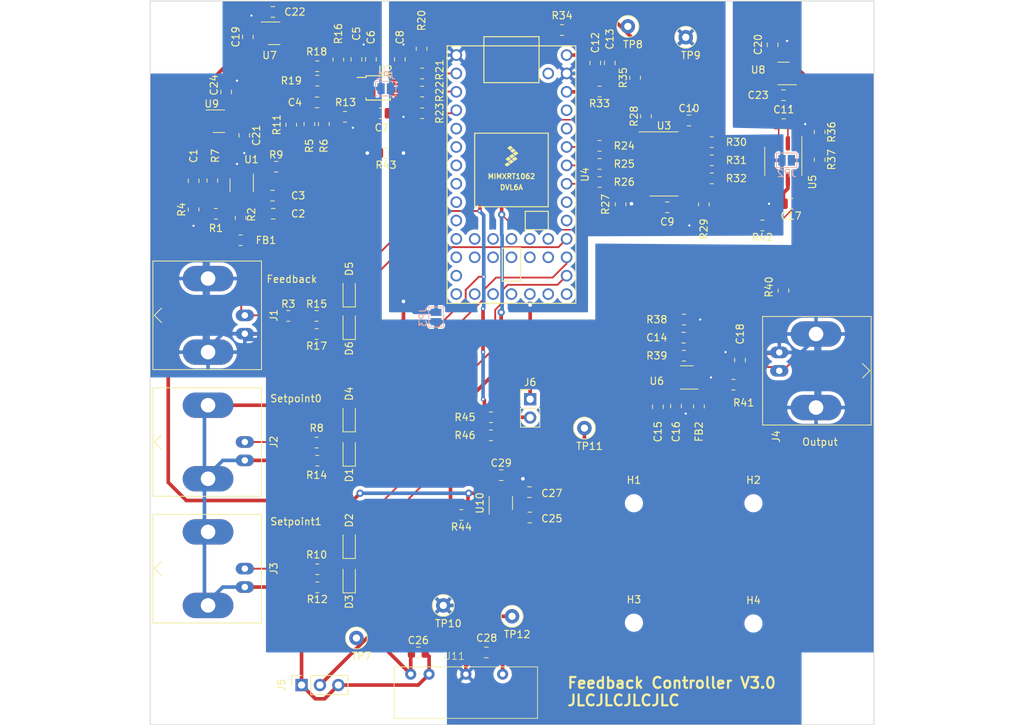
<source format=kicad_pcb>
(kicad_pcb (version 20221018) (generator pcbnew)
  (layers (0 "F.Cu" signal) (31 "B.Cu" signal) (34 "B.Paste" user) (35 "F.Paste" user) (36 "B.SilkS" user "B.Silkscreen") (37 "F.SilkS" user "F.Silkscreen") (38 "B.Mask" user) (39 "F.Mask" user) (44 "Edge.Cuts" user))
  (net 0 "")
  (net 1 "GNDA")
  (net 2 "+5V")
  (net 3 "+1V8")
  (net 4 "GNDD")
  (net 5 "+3V3")
  (net 6 "Net-(J4-In)")
  (net 7 "Net-(D1-A)")
  (net 8 "Net-(J1-In)")
  (net 9 "Net-(J2-In)")
  (net 10 "Net-(J3-In)")
  (net 11 "Net-(J6-Pin_2)")
  (net 12 "+9V")
  (net 13 "+5VA")
  (net 14 "Net-(U6-V+)")
  (net 15 "Net-(U6--)")
  (net 16 "+2V5")
  (net 17 "Net-(U8-Bypass)")
  (net 18 "+3.3V")
  (net 19 "Net-(U6-+)")
  (net 20 "Net-(U1--)")
  (net 21 "Net-(C1-Pad2)")
  (net 22 "Net-(U1-V+)")
  (net 23 "Net-(U2-IN+)")
  (net 24 "Net-(U2-IN-)")
  (net 25 "Net-(U2-VREF)")
  (net 26 "Net-(U2-AVDD)")
  (net 27 "Net-(U2-DVIO)")
  (net 28 "Net-(U3-OE)")
  (net 29 "Net-(U4-VIN)")
  (net 30 "Net-(C14-Pad2)")
  (net 31 "Net-(U5-VDD)")
  (net 32 "Net-(U9-Bypass)")
  (net 33 "Net-(U10-Bypass)")
  (net 34 "Net-(D2-K)")
  (net 35 "Net-(D5-K)")
  (net 36 "Net-(U1-+)")
  (net 37 "Net-(R11-Pad2)")
  (net 38 "Net-(R5-Pad1)")
  (net 39 "Net-(U4-0_RX1_CRX2_CS1)")
  (net 40 "Net-(U2-SCK)")
  (net 41 "Net-(U4-1_TX1_CTX2_MISO1)")
  (net 42 "Net-(U2-SDO)")
  (net 43 "Net-(U4-2_OUT2)")
  (net 44 "Net-(U2-CONV)")
  (net 45 "Net-(U3-A1)")
  (net 46 "Net-(U4-21_A7_RX5_BCLK1)")
  (net 47 "Net-(U3-A2)")
  (net 48 "Net-(U4-20_A6_TX5_LRCLK1)")
  (net 49 "Net-(U3-A3)")
  (net 50 "Net-(U4-19_A5_SCL0)")
  (net 51 "Net-(U3-A4)")
  (net 52 "Net-(U3-B4)")
  (net 53 "Net-(U5-~{CS})")
  (net 54 "Net-(U3-B1)")
  (net 55 "Net-(U5-DIN)")
  (net 56 "Net-(U3-B2)")
  (net 57 "Net-(U5-SCLK)")
  (net 58 "Net-(U3-B3)")
  (net 59 "Net-(R33-Pad2)")
  (net 60 "Net-(U5-OUT)")
  (footprint "Resistor_SMD:R_0805_2012Metric" (layer "F.Cu") (at 115 78.0875 90)
    (fp_text reference "R27")
    (fp_text value "1k")
  )
  (footprint "Capacitor_SMD:C_0805_2012Metric" (layer "F.Cu") (at 102.4 117.85)
    (fp_text reference "C27")
    (fp_text value "10n")
  )
  (footprint "Resistor_SMD:R_0805_2012Metric" (layer "F.Cu") (at 73 93.5)
    (fp_text reference "R15")
    (fp_text value "1k")
  )
  (footprint "Capacitor_SMD:C_0805_2012Metric" (layer "F.Cu") (at 78.5 58.05 -90)
    (fp_text reference "C5")
    (fp_text value "100n")
  )
  (footprint "Capacitor_SMD:C_0805_2012Metric" (layer "F.Cu") (at 67 79.38538)
    (fp_text reference "C2")
    (fp_text value "10u")
  )
  (footprint "Resistor_SMD:R_0805_2012Metric" (layer "F.Cu") (at 112.0875 75 180)
    (fp_text reference "R26")
    (fp_text value "10R")
  )
  (footprint "Resistor_SMD:R_0805_2012Metric" (layer "F.Cu") (at 73.0875 128.5)
    (fp_text reference "R10")
    (fp_text value "1k")
  )
  (footprint "Resistor_SMD:R_0805_2012Metric" (layer "F.Cu") (at 74 67 -90)
    (fp_text reference "R6")
    (fp_text value "0R")
  )
  (footprint "Diode_SMD:D_SOD-323_HandSoldering" (layer "F.Cu") (at 77.5 90.25 90)
    (fp_text reference "D5")
    (fp_text value "CUS10S30")
  )
  (footprint "Capacitor_SMD:C_0805_2012Metric" (layer "F.Cu") (at 84.5 58.05 90)
    (fp_text reference "C8")
    (fp_text value "100n")
  )
  (footprint "Package_TO_SOT_SMD:SOT-23-5_HandSoldering" (layer "F.Cu") (at 98.45 119.35 90)
    (fp_text reference "U10")
    (fp_text value "NJM2882F05-TE1")
  )
  (footprint "Resistor_SMD:R_0805_2012Metric" (layer "F.Cu") (at 127.5875 72 180)
    (fp_text reference "R31")
    (fp_text value "10R")
  )
  (footprint "Resistor_SMD:R_0805_2012Metric" (layer "F.Cu") (at 76.9125 66 180)
    (fp_text reference "R13")
    (fp_text value "0R")
  )
  (footprint "Resistor_SMD:R_0805_2012Metric" (layer "F.Cu") (at 127.5875 69.5 180)
    (fp_text reference "R30")
    (fp_text value "10R")
  )
  (footprint "Capacitor_SMD:C_0805_2012Metric" (layer "F.Cu") (at 131.5 99.61 90)
    (fp_text reference "C18")
    (fp_text value "30p")
  )
  (footprint "Package_TO_SOT_SMD:SOT-23-5_HandSoldering" (layer "F.Cu") (at 62.65 75.43538 -90)
    (fp_text reference "U1")
    (fp_text value "RS621")
  )
  (footprint "Capacitor_SMD:C_0805_2012Metric" (layer "F.Cu") (at 63 68.55 -90)
    (fp_text reference "C21")
    (fp_text value "1n")
  )
  (footprint "TestPoint:TestPoint_Loop_D2.50mm_Drill1.0mm" (layer "F.Cu") (at 124 55)
    (fp_text reference "TP9")
    (fp_text value "GNDD")
  )
  (footprint "Package_SO:SOIC-14_3.9x8.7mm_P1.27mm" (layer "F.Cu") (at 121 72.5)
    (fp_text reference "U3")
    (fp_text value "TXU0104D")
  )
  (footprint "Resistor_SMD:R_0805_2012Metric" (layer "F.Cu") (at 134.5875 81 180)
    (fp_text reference "R42")
    (fp_text value "0R")
  )
  (footprint "Resistor_SMD:R_0805_2012Metric" (layer "F.Cu") (at 67.4125 72.88538)
    (fp_text reference "R9")
    (fp_text value "0R")
  )
  (footprint "Capacitor_SMD:C_0805_2012Metric" (layer "F.Cu") (at 137.55 67 180)
    (fp_text reference "C11")
    (fp_text value "1u")
  )
  (footprint "Resistor_SMD:R_0805_2012Metric" (layer "F.Cu") (at 112.0875 70 180)
    (fp_text reference "R24")
    (fp_text value "10R")
  )
  (footprint "Resistor_SMD:R_0805_2012Metric" (layer "F.Cu") (at 62.5 79.95788 -90)
    (fp_text reference "R2")
    (fp_text value "0R")
  )
  (footprint "Resistor_SMD:R_0805_2012Metric" (layer "F.Cu") (at 82.5875 71 180)
    (fp_text reference "R43")
    (fp_text value "0R")
  )
  (footprint "MountingHole:MountingHole_2.1mm" (layer "F.Cu") (at 133.35 119.38)
    (fp_text reference "H2")
    (fp_text value "xMicrowaveHole")
  )
  (footprint "Capacitor_SMD:C_0805_2012Metric" (layer "F.Cu") (at 63.5 54.95 90)
    (fp_text reference "C19")
    (fp_text value "1u")
  )
  (footprint "Resistor_SMD:R_0805_2012Metric" (layer "F.Cu") (at 58.5875 74.79788 90)
    (fp_text reference "R7")
    (fp_text value "0R")
  )
  (footprint "Resistor_SMD:R_0805_2012Metric" (layer "F.Cu") (at 123.7375 94 180)
    (fp_text reference "R38")
    (fp_text value "10k")
  )
  (footprint "Capacitor_SMD:C_0805_2012Metric" (layer "F.Cu") (at 73.05 64)
    (fp_text reference "C4")
    (fp_text value "1n")
  )
  (footprint "MountingHole:MountingHole_3.2mm_M3" (layer "F.Cu") (at 145 55)
    (fp_text reference "H8" hide)
    (fp_text value "BoardMountingHole")
  )
  (footprint "Capacitor_SMD:C_0805_2012Metric" (layer "F.Cu") (at 96.45 140 180)
    (fp_text reference "C28")
    (fp_text value "10u")
  )
  (footprint "Resistor_SMD:R_0805_2012Metric" (layer "F.Cu") (at 73 96 180)
    (fp_text reference "R17")
    (fp_text value "2k")
  )
  (footprint "Diode_SMD:D_SOD-323_HandSoldering" (layer "F.Cu") (at 77.5 125 90)
    (fp_text reference "D2")
    (fp_text value "CUS10S30")
  )
  (footprint "Capacitor_SMD:C_0805_2012Metric" (layer "F.Cu") (at 123.7 96.5)
    (fp_text reference "C14")
    (fp_text value "30p")
  )
  (footprint "Resistor_SMD:R_0805_2012Metric" (layer "F.Cu") (at 130.5875 103)
    (fp_text reference "R41")
    (fp_text value "0R")
  )
  (footprint "MountingHole:MountingHole_3.2mm_M3" (layer "F.Cu") (at 55 55)
    (fp_text reference "H7" hide)
    (fp_text value "BoardMountingHole")
  )
  (footprint "Package_TO_SOT_SMD:SOT-23-5" (layer "F.Cu") (at 67.1375 54.45)
    (fp_text reference "U7")
    (fp_text value "MIC5504-3.3YM5")
  )
  (footprint "Resistor_SMD:R_0805_2012Metric" (layer "F.Cu") (at 56 78.79788 90)
    (fp_text reference "R4")
    (fp_text value "1k")
  )
  (footprint "Resistor_SMD:R_0805_2012Metric" (layer "F.Cu") (at 117 60.5875 90)
    (fp_text reference "R35")
    (fp_text value "150R")
  )
  (footprint "Resistor_SMD:R_0805_2012Metric" (layer "F.Cu") (at 127.5875 74.5 180)
    (fp_text reference "R32")
    (fp_text value "10R")
  )
  (footprint "Resistor_SMD:R_0805_2012Metric" (layer "F.Cu") (at 87.5 56.5875 90)
    (fp_text reference "R20")
    (fp_text value "0R")
  )
  (footprint "Connector_PinHeader_2.54mm:PinHeader_1x02_P2.54mm_Vertical" (layer "F.Cu") (at 102.5 105)
    (fp_text reference "J6")
    (fp_text value "CDR-02-GS")
  )
  (footprint "Package_SO:SOIC-8_3.9x4.9mm_P1.27mm" (layer "F.Cu") (at 137.475 72.135 -90)
    (fp_text reference "U5")
    (fp_text value "MAX5541CSA+T")
  )
  (footprint "Package_TO_SOT_SMD:SOT-23-5_HandSoldering" (layer "F.Cu") (at 124.15 102 180)
    (fp_text reference "U6")
    (fp_text value "RS621")
  )
  (footprint "Misc:IB05_LS-1WR3" (layer "F.Cu") (at 93.62 141.73)
    (fp_text reference "U11")
    (fp_text value "IB0509LS-1WR3")
  )
  (footprint "Capacitor_SMD:C_0805_2012Metric" (layer "F.Cu") (at 87.05 140)
    (fp_text reference "C26")
    (fp_text value "10u")
  )
  (footprint "Resistor_SMD:R_0805_2012Metric" (layer "F.Cu") (at 69.0875 93.5)
    (fp_text reference "R3")
    (fp_text value "0R")
  )
  (footprint "Resistor_SMD:R_0805_2012Metric" (layer "F.Cu") (at 112.0875 62.5 180)
    (fp_text reference "R33")
    (fp_text value "0R")
  )
  (footprint "Capacitor_SMD:C_0805_2012Metric" (layer "F.Cu") (at 102.45 121.35)
    (fp_text reference "C25")
    (fp_text value "100n")
  )
  (footprint "Capacitor_SMD:C_0805_2012Metric" (layer "F.Cu") (at 56 74.83538 90)
    (fp_text reference "C1")
    (fp_text value "30p")
  )
  (footprint "Capacitor_SMD:C_0805_2012Metric" (layer "F.Cu") (at 80.5 58.05 -90)
    (fp_text reference "C6")
    (fp_text value "10u")
  )
  (footprint "Capacitor_SMD:C_0805_2012Metric" (layer "F.Cu") (at 124.45 66.5)
    (fp_text reference "C10")
    (fp_text value "100n")
  )
  (footprint "Connector_Coaxial:BNC_Amphenol_B6252HB-NPP3G-50_Horizontal" (layer "F.Cu") (at 63.08 93.42 90)
    (fp_text reference "J1")
    (fp_text value "Feedback")
  )
  (footprint "Diode_SMD:D_SOD-323_HandSoldering" (layer "F.Cu") (at 77.5 107.5 90)
    (fp_text reference "D4")
    (fp_text value "CUS10S30")
  )
  (footprint "Resistor_SMD:R_0805_2012Metric_Pad1.20x1.40mm_HandSolder" (layer "F.Cu") (at 125.825 106 90)
    (fp_text reference "FB2")
    (fp_text value "FerriteBead")
  )
  (footprint "Capacitor_SMD:C_0805_2012Metric" (layer "F.Cu") (at 81.95 65.5)
    (fp_text reference "C7")
    (fp_text value "1u")
  )
  (footprint "Connector_PinSocket_2.54mm:PinSocket_1x03_P2.54mm_Vertical" (layer "F.Cu") (at 70.92 144.5 90)
    (fp_text reference "J5")
    (fp_text value "CDR-03-GS")
  )
  (footprint "TestPoint:TestPoint_Loop_D2.50mm_Drill1.0mm" (layer "F.Cu") (at 100 135)
    (fp_text reference "TP12")
    (fp_text value "+9V")
  )
  (footprint "Capacitor_SMD:C_0805_2012Metric" (layer "F.Cu") (at 66.95 51.5 180)
    (fp_text reference "C22")
    (fp_text value "1u")
  )
  (footprint "Package_SO:MSOP-10_3x3mm_P0.5mm" (layer "F.Cu") (at 81.5 62)
    (fp_text reference "U2")
    (fp_text value "MCP331x1")
  )
  (footprint "Connector_Coaxial:BNC_Amphenol_B6252HB-NPP3G-50_Horizontal" (layer "F.Cu") (at 63.08 128.42 90)
    (fp_text reference "J3")
    (fp_text value "Setpoint2")
  )
  (footprint "Capacitor_SMD:C_0805_2012Metric" (layer "F.Cu") (at 136 56.05 90)
    (fp_text reference "C20")
    (fp_text value "1n")
  )
  (footprint "Resistor_SMD:R_0805_2012Metric" (layer "F.Cu") (at 73.0875 61 180)
    (fp_text reference "R19")
    (fp_text value "0R")
  )
  (footprint "MountingHole:MountingHole_2.1mm" (layer "F.Cu") (at 116.84 119.38)
    (fp_text reference "H1")
    (fp_text value "xMicrowaveHole")
  )
  (footprint "Resistor_SMD:R_0805_2012Metric" (layer "F.Cu") (at 73.0875 113.5 180)
    (fp_text reference "R14")
    (fp_text value "2k")
  )
  (footprint "TestPoint:TestPoint_Loop_D2.50mm_Drill1.0mm" (layer "F.Cu") (at 116 53.5)
    (fp_text reference "TP8")
    (fp_text value "+3.3V")
  )
  (footprint "Resistor_SMD:R_0805_2012Metric" (layer "F.Cu") (at 93 121 180)
    (fp_text reference "R44")
    (fp_text value "0R")
  )
  (footprint "Capacitor_SMD:C_0805_2012Metric" (layer "F.Cu") (at 66.9 76.88538)
    (fp_text reference "C3")
    (fp_text value "100n")
  )
  (footprint "Connector_Coaxial:BNC_Amphenol_B6252HB-NPP3G-50_Horizontal" (layer "F.Cu") (at 136.92 101.08 -90)
    (fp_text reference "J4")
    (fp_text value "Output")
  )
  (footprint "Resistor_SMD:R_0805_2012Metric" (layer "F.Cu") (at 73.0875 59 180)
    (fp_text reference "R18")
    (fp_text value "0R")
  )
  (footprint "Capacitor_SMD:C_0805_2012Metric" (layer "F.Cu") (at 60.5 62.55 90)
    (fp_text reference "C24")
    (fp_text value "1u")
  )
  (footprint "Resistor_SMD:R_0805_2012Metric" (layer "F.Cu") (at 87.5875 62.5)
    (fp_text reference "R22")
    (fp_text value "10R")
  )
  (footprint "TestPoint:TestPoint_Loop_D2.50mm_Drill1.0mm" (layer "F.Cu") (at 110 109)
    (fp_text reference "TP11")
    (fp_text value "+5VA")
  )
  (footprint "Resistor_SMD:R_0805_2012Metric" (layer "F.Cu") (at 118.5 65.9125 90)
    (fp_text reference "R28")
    (fp_text value "0R")
  )
  (footprint "MountingHole:MountingHole_3.2mm_M3" (layer "F.Cu") (at 145 145)
    (fp_text reference "H5" hide)
    (fp_text value "BoardMountingHole")
  )
  (footprint "Capacitor_SMD:C_0805_2012Metric" (layer "F.Cu") (at 122.65 105.95 -90)
    (fp_text reference "C16")
    (fp_text value "100n")
  )
  (footprint "Resistor_SMD:R_0805_2012Metric_Pad1.20x1.40mm_HandSolder" (layer "F.Cu") (at 62.5 83.04538 180)
    (fp_text reference "FB1")
    (fp_text value "FerriteBead")
  )
  (footprint "Resistor_SMD:R_0805_2012Metric" (layer "F.Cu") (at 97.0875 110 180)
    (fp_text reference "R46")
    (fp_text value "0R")
  )
  (footprint "Resistor_SMD:R_0805_2012Metric" (layer "F.Cu") (at 112.0875 72.5 180)
    (fp_text reference "R25")
    (fp_text value "10R")
  )
  (footprint "Resistor_SMD:R_0805_2012Metric" (layer "F.Cu") (at 73.0875 131 180)
    (fp_text reference "R12")
    (fp_text value "2k")
  )
  (footprint "Capacitor_SMD:C_0805_2012Metric" (layer "F.Cu") (at 98.5 115.5)
    (fp_text reference "C29")
    (fp_text value "1u")
  )
  (footprint "MountingHole:MountingHole_3.2mm_M3" (layer "F.Cu") (at 55 145)
    (fp_text reference "H6" hide)
    (fp_text value "BoardMountingHole")
  )
  (footprint "Resistor_SMD:R_0805_2012Metric" (layer "F.Cu") (at 73 111)
    (fp_text reference "R8")
    (fp_text value "1k")
  )
  (footprint "Resistor_SMD:R_0805_2012Metric" (layer "F.Cu") (at 69.5 67.0875 -90)
    (fp_text reference "R11")
    (fp_text value "160R")
  )
  (footprint "MountingHole:MountingHole_2.1mm" (layer "F.Cu") (at 116.84 135.89)
    (fp_text reference "H3")
    (fp_text value "xMicrowaveHole")
  )
  (footprint "Diode_SMD:D_SOD-323_HandSoldering" (layer "F.Cu") (at 77.5 112.25 90)
    (fp_text reference "D1")
    (fp_text value "CUS10S30")
  )
  (footprint "Resistor_SMD:R_0805_2012Metric" (layer "F.Cu") (at 137.5 90 -90)
    (fp_text reference "R40")
    (fp_text value "0R")
  )
  (footprint "Resistor_SMD:R_0805_2012Metric" (layer "F.Cu") (at 142.5 68.0875 -90)
    (fp_text reference "R36")
    (fp_text value "100k")
  )
  (footprint "Package_TO_SOT_SMD:SOT-23-5" (layer "F.Cu") (at 137.5 60 180)
    (fp_text reference "U8")
    (fp_text value "TC1014-2.5VCT713")
  )
  (footprint "Resistor_SMD:R_0805_2012Metric" (layer "F.Cu") (at 126.5 78.0875 -90)
    (fp_text reference "R29")
    (fp_text value "1k")
  )
  (footprint "Resistor_SMD:R_0805_2012Metric" (layer "F.Cu") (at 97.0875 107.5 180)
    (fp_text reference "R45")
    (fp_text value "0R")
  )
  (footprint "Resistor_SMD:R_0805_2012Metric" (layer "F.Cu") (at 87.5875 65.5)
    (fp_text reference "R23")
    (fp_text value "10R")
  )
  (footprint "TestPoint:TestPoint_Loop_D2.50mm_Drill1.0mm" (layer "F.Cu") (at 90.5 133.5)
    (fp_text reference "TP10")
    (fp_text value "GNDA")
  )
  (footprint "Capacitor_SMD:C_0805_2012Metric" (layer "F.Cu") (at 121.45 78.5)
    (fp_text reference "C9")
    (fp_text value "100n")
  )
  (footprint "Capacitor_SMD:C_0805_2012Metric" (layer "F.Cu") (at 120.15 106.05 -90)
    (fp_text reference "C15")
    (fp_text value "10u")
  )
  (footprint "MountingHole:MountingHole_2.1mm" (layer "F.Cu") (at 133.35 136)
    (fp_text reference "H4")
    (fp_text value "xMicrowaveHole")
  )
  (footprint "Resistor_SMD:R_0805_2012Metric" (layer "F.Cu") (at 76 58.0875 90)
    (fp_text reference "R16")
    (fp_text value "0R")
  )
  (footprint "Diode_SMD:D_SOD-323_HandSoldering" (layer "F.Cu") (at 77.5 129.75 90)
    (fp_text reference "D3")
    (fp_text value "CUS10S30")
  )
  (footprint "TestPoint:TestPoint_Loop_D2.50mm_Drill1.0mm" (layer "F.Cu") (at 78.5 138)
    (fp_text reference "TP7")
    (fp_text value "+5V")
  )
  (footprint "Capacitor_SMD:C_0805_2012Metric" (layer "F.Cu") (at 111.5 58.55 -90)
    (fp_text reference "C12")
    (fp_text value "10u")
  )
  (footprint "Resistor_SMD:R_0805_2012Metric" (layer "F.Cu") (at 142.5 71.9125 -90)
    (fp_text reference "R37")
    (fp_text value "0R")
  )
  (footprint "Capacitor_SMD:C_0805_2012Metric" (layer "F.Cu") (at 138.55 78 180)
    (fp_text reference "C17")
    (fp_text value "1u")
  )
  (footprint "Resistor_SMD:R_0805_2012Metric" (layer "F.Cu") (at 87.5875 60)
    (fp_text reference "R21")
    (fp_text value "10R")
  )
  (footprint "Connector_Coaxial:BNC_Amphenol_B6252HB-NPP3G-50_Horizontal" (layer "F.Cu") (at 63.08 110.92 90)
    (fp_text reference "J2")
    (fp_text value "Setpoint1")
  )
  (footprint "Diode_SMD:D_SOD-323_HandSoldering" (layer "F.Cu") (at 77.5 94.75 90)
    (fp_text reference "D6")
    (fp_text value "CUS10S30")
  )
  (footprint "Resistor_SMD:R_0805_2012Metric" (layer "F.Cu") (at 72 67 90)
    (fp_text reference "R5")
    (fp_text value "350R")
  )
  (footprint "Capacitor_SMD:C_0805_2012Metric" (layer "F.Cu") (at 137.5 63)
    (fp_text reference "C23")
    (fp_text value "1u")
  )
  (footprint "Teensy:Teensy40" (layer "F.Cu") (at 99.92 73.97 -90)
    (fp_text reference "U4")
    (fp_text value "Teensy4.0")
  )
  (footprint "Resistor_SMD:R_0805_2012Metric" (layer "F.Cu") (at 123.7375 99)
    (fp_text reference "R39")
    (fp_text value "10k")
  )
  (footprint "Resistor_SMD:R_0805_2012Metric" (layer "F.Cu") (at 106.9125 54 180)
    (fp_text reference "R34")
    (fp_text value "0R")
  )
  (footprint "Capacitor_SMD:C_0805_2012Metric" (layer "F.Cu") (at 113.5 58.55 -90)
    (fp_text reference "C13")
    (fp_text value "100n")
  )
  (footprint "Resistor_SMD:R_0805_2012Metric" (layer "F.Cu") (at 59.0875 79.38538)
    (fp_text reference "R1")
    (fp_text value "50R")
  )
  (footprint "Package_TO_SOT_SMD:SOT-23-5" (layer "F.Cu") (at 59.5 66.6)
    (fp_text reference "U9")
    (fp_text value "TC1014-1.8VCT713")
  )
  (footprint "Jumper:SolderJumper-2_P1.3mm_Open_Pad1.0x1.5mm" (layer "B.Cu") (at 89.5 93.65 -90)
    (fp_text reference "JP3")
    (fp_text value "SolderJumper_2_Open")
  )
  (footprint "Jumper:SolderJumper-2_P1.3mm_Open_Pad1.0x1.5mm" (layer "B.Cu") (at 137.95 72)
    (fp_text reference "JP2")
    (fp_text value "SolderJumper_2_Open")
  )
  (footprint "Jumper:SolderJumper-2_P1.3mm_Open_Pad1.0x1.5mm" (layer "B.Cu") (at 82.55 62.1 180)
    (fp_text reference "JP1")
    (fp_text value "SolderJumper_2_Open")
  )
  (gr_line (start 150 50) (end 50 50) (stroke (width 0.1)) (layer "Edge.Cuts"))
  (gr_line (start 50 50) (end 50 150) (stroke (width 0.1)) (layer "Edge.Cuts"))
  (gr_line (start 150 150) (end 150 50) (stroke (width 0.1)) (layer "Edge.Cuts"))
  (gr_line (start 50 150) (end 150 150) (stroke (width 0.1)) (layer "Edge.Cuts"))
  (gr_text "Feedback Controller V3.0\nJLCJLCJLCJLC" (at 107.5 147.5) (layer "F.SilkS") (effects (font (size 1.5 1.5) (thickness 0.3) bold) (justify left bottom)))
  (gr_text "Feedback" (at 66 89) (layer "F.SilkS") (effects (font (size 1 1)) (justify left bottom)))
  (gr_text "Setpoint1\n" (at 66.5 122.5) (layer "F.SilkS") (effects (font (size 1 1)) (justify left bottom)))
  (gr_text "Output" (at 140 111.5) (layer "F.SilkS") (effects (font (size 1 1)) (justify left bottom)))
  (gr_text "Setpoint0" (at 66.5 105.5) (layer "F.SilkS") (effects (font (size 1 1)) (justify left bottom)))
  (segment (start 140.5 67) (end 142.325 67) (width 0.5) (layer "F.Cu") (net 1))
  (segment (start 103.4 121.35) (end 103.4 120) (width 0.5) (layer "F.Cu") (net 1))
  (segment (start 137.675 60.3) (end 137.975 60) (width 0.2) (layer "F.Cu") (net 1))
  (segment (start 56 79.71038) (end 56 81.04538) (width 0.5) (layer "F.Cu") (net 1))
  (segment (start 62 72.5) (end 62.65 73.15) (width 0.5) (layer "F.Cu") (net 1))
  (segment (start 78.5 57) (end 79.5 56) (width 0.5) (layer "F.Cu") (net 1))
  (segment (start 62.95 75.16538) (end 66.13 75.16538) (width 0.2) (layer "F.Cu") (net 1))
  (segment (start 138.5 67) (end 140.5 67) (width 0.5) (layer "F.Cu") (net 1))
  (segment (start 72.0875 96) (end 62.62 96) (width 0.5) (layer "F.Cu") (net 1))
  (segment (start 131.5 98.66) (end 137.3 98.66) (width 0.5) (layer "F.Cu") (net 1))
  (segment (start 73.2375 97.15) (end 76.35 97.15) (width 0.5) (layer "F.Cu") (net 1))
  (segment (start 63.5 52.5) (end 64.5 51.5) (width 0.5) (layer "F.Cu") (net 1))
  (segment (start 67.95 76.98538) (end 67.85 76.88538) (width 0.5) (layer "F.Cu") (net 1))
  (segment (start 58.801472 69.5) (end 63 69.5) (width 0.5) (layer "F.Cu") (net 1))
  (segment (start 101 115.5) (end 99.45 115.5) (width 0.5) (layer "F.Cu") (net 1))
  (segment (start 56 79.71038) (end 57.85 79.71038) (width 0.5) (layer "F.Cu") (net 1))
  (segment (start 98.45 120.7) (end 98.45 119.908604) (width 0.5) (layer "F.Cu") (net 1))
  (segment (start 58.3625 66.6) (end 57.801472 66.6) (width 0.5) (layer "F.Cu") (net 1))
  (segment (start 98.888604 119.47) (end 102.87 119.47) (width 0.5) (layer "F.Cu") (net 1))
  (segment (start 72.0875 96) (end 73.2375 97.15) (width 0.5) (layer "F.Cu") (net 1))
  (segment (start 62.65 74.08538) (end 62.65 74.86538) (width 0.2) (layer "F.Cu") (net 1))
  (segment (start 78 66.175) (end 77.825 66) (width 0.5) (layer "F.Cu") (net 1))
  (segment (start 142.325 67) (end 142.5 67.175) (width 0.5) (layer "F.Cu") (net 1))
  (segment (start 63 71) (end 63 69.5) (width 0.5) (layer "F.Cu") (net 1))
  (segment (start 77.825 64.575) (end 79.3 63.1) (width 0.5) (layer "F.Cu") (net 1))
  (segment (start 103.4 117.9) (end 103.35 117.85) (width 0.5) (layer "F.Cu") (net 1))
  (segment (start 80 71) (end 81.675 71) (width 0.5) (layer "F.Cu") (net 1))
  (segment (start 64.5 51.5) (end 66 51.5) (width 0.5) (layer "F.Cu") (net 1))
  (segment (start 78 67.5) (end 78 66.175) (width 0.5) (layer "F.Cu") (net 1))
  (segment (start 77.825 66) (end 77.825 64.575) (width 0.5) (layer "F.Cu") (net 1))
  (segment (start 78.5 57.1) (end 78.5 57) (width 0.5) (layer "F.Cu") (net 1))
  (segment (start 80.5 57) (end 79.5 56) (width 0.5) (layer "F.Cu") (net 1))
  (segment (start 62.65 74.86538) (end 62.95 75.16538) (width 0.2) (layer "F.Cu") (net 1))
  (segment (start 66.13 75.16538) (end 67.85 76.88538) (width 0.2) (layer "F.Cu") (net 1))
  (segment (start 129.66 98.66) (end 129.5 98.5) (width 0.5) (layer "F.Cu") (net 1))
  (segment (start 57.25 67.151472) (end 57.25 67.948528) (width 0.5) (layer "F.Cu") (net 1))
  (segment (start 138.5 64.5) (end 138.5 63.05) (width 0.2) (layer "F.Cu") (net 1))
  (segment (start 138.11 67.39) (end 138.5 67) (width 0.2) (layer "F.Cu") (net 1))
  (segment (start 66 54.45) (end 63.95 54.45) (width 0.5) (layer "F.Cu") (net 1))
  (segment (start 57.25 67.948528) (end 58.801472 69.5) (width 0.5) (layer "F.Cu") (net 1))
  (segment (start 61.4 61.6) (end 62 61) (width 0.5) (layer "F.Cu") (net 1))
  (segment (start 76.35 97.15) (end 77.5 96) (width 0.5) (layer "F.Cu") (net 1))
  (segment (start 93.62 143) (end 93.62 141.88) (width 0.5) (layer "F.Cu") (net 1))
  (segment (start 137.975 60) (end 138.6375 60) (width 0.2) (layer "F.Cu") (net 1))
  (segment (start 80.5 57.1) (end 80.5 57) (width 0.5) (layer "F.Cu") (net 1))
  (segment (start 138.45 63) (end 137.675 62.225) (width 0.2) (layer "F.Cu") (net 1))
  (segment (start 136 55.1) (end 137.6 55.1) (width 0.5) (layer "F.Cu") (net 1))
  (segment (start 120.15 107) (end 122.55 107) (width 0.5) (layer "F.Cu") (net 1))
  (segment (start 122.65 106.9) (end 123.9 106.9) (width 0.5) (layer "F.Cu") (net 1))
  (segment (start 60.5 61.6) (end 61.4 61.6) (width 0.5) (layer "F.Cu") (net 1))
  (segment (start 137.675 62.225) (end 137.675 60.3) (width 0.2) (layer "F.Cu") (net 1))
  (segment (start 131.5 98.66) (end 129.66 98.66) (width 0.5) (layer "F.Cu") (net 1))
  (segment (start 102.87 119.47) (end 103.4 120) (width 0.5) (layer "F.Cu") (net 1))
  (segment (start 103.35 117.85) (end 101 115.5) (width 0.5) (layer "F.Cu") (net 1))
  (segment (start 137.6 55.1) (end 138 55.5) (width 0.5) (layer "F.Cu") (net 1))
  (segment (start 122.55 107) (end 122.65 106.9) (width 0.5) (layer "F.Cu") (net 1))
  (segment (start 124.65 94) (end 126 94) (width 0.5) (layer "F.Cu") (net 1))
  (segment (start 125.5 102) (end 127.5 102) (width 0.5) (layer "F.Cu") (net 1))
  (segment (start 138.11 69.66) (end 138.11 67.39) (width 0.2) (layer "F.Cu") (net 1))
  (segment (start 63.5 54) (end 63.5 52.5) (width 0.5) (layer "F.Cu") (net 1))
  (segment (start 98.45 119.908604) (end 98.888604 119.47) (width 0.5) (layer "F.Cu") (net 1))
  (segment (start 67.95 79.38538) (end 67.95 76.98538) (width 0.5) (layer "F.Cu") (net 1))
  (segment (start 138.5 63.05) (end 138.45 63) (width 0.2) (layer "F.Cu") (net 1))
  (segment (start 57.801472 66.6) (end 57.25 67.151472) (width 0.5) (layer "F.Cu") (net 1))
  (segment (start 93.62 141.88) (end 95.5 140) (width 0.5) (layer "F.Cu") (net 1))
  (segment (start 123.9 106.9) (end 124 107) (width 0.5) (layer "F.Cu") (net 1))
  (segment (start 62.65 73.15) (end 62.65 74.08538) (width 0.5) (layer "F.Cu") (net 1))
  (segment (start 57.85 79.71038) (end 58.175 79.38538) (width 0.5) (layer "F.Cu") (net 1))
  (segment (start 63.95 54.45) (end 63.5 54) (width 0.5) (layer "F.Cu") (net 1))
  (segment (start 103.4 120) (end 103.4 117.9) (width 0.5) (layer "F.Cu") (net 1))
  (via (at 138.5 64.5) (size 0.6) (drill 0.3) (layers "F.Cu" "B.Cu") (net 1))
  (via (at 101.5 116) (size 1) (drill 0.5) (layers "F.Cu" "B.Cu") (net 1))
  (via (at 129.5 98.5) (size 0.6) (drill 0.3) (layers "F.Cu" "B.Cu") (net 1))
  (via (at 140.5 67) (size 0.6) (drill 0.3) (layers "F.Cu" "B.Cu") (net 1))
  (via (at 126 94) (size 0.6) (drill 0.3) (layers "F.Cu" "B.Cu") (net 1))
  (via (at 78 67.5) (size 0.6) (drill 0.3) (layers "F.Cu" "B.Cu") (net 1))
  (via (at 138 55.5) (size 0.6) (drill 0.3) (layers "F.Cu" "B.Cu") (net 1))
  (via (at 63 71) (size 0.6) (drill 0.3) (layers "F.Cu" "B.Cu") (net 1))
  (via (at 79.5 56) (size 0.6) (drill 0.3) (layers "F.Cu" "B.Cu") (net 1))
  (via (at 62 72.5) (size 0.6) (drill 0.3) (layers "F.Cu" "B.Cu") (net 1))
  (via (at 80 71) (size 1) (drill 0.5) (layers "F.Cu" "B.Cu") (net 1))
  (via (at 127.5 102) (size 0.6) (drill 0.3) (layers "F.Cu" "B.Cu") (net 1))
  (via (at 124 107) (size 0.6) (drill 0.3) (layers "F.Cu" "B.Cu") (net 1))
  (via (at 62 61) (size 0.6) (drill 0.3) (layers "F.Cu" "B.Cu") (net 1))
  (via (at 56 81.04538) (size 0.6) (drill 0.3) (layers "F.Cu" "B.Cu") (net 1))
  (via (at 64 52) (size 0.6) (drill 0.3) (layers "F.Cu" "B.Cu") (net 1))
  (segment (start 62 71) (end 62 61) (width 0.5) (layer "B.Cu") (net 1))
  (segment (start 94.5 96.75) (end 113 96.75) (width 0.5) (layer "B.Cu") (net 1))
  (segment (start 64 53.5) (end 64 52) (width 0.5) (layer "B.Cu") (net 1))
  (segment (start 114.79 98.54) (end 113 96.75) (width 0.5) (layer "B.Cu") (net 1))
  (segment (start 67.45462 78.04538) (end 62 78.04538) (width 0.5) (layer "B.Cu") (net 1))
  (segment (start 137.42 98.54) (end 127.5 98.54) (width 0.5) (layer "B.Cu") (net 1))
  (segment (start 78 57.5) (end 79.5 56) (width 0.5) (layer "B.Cu") (net 1))
  (segment (start 138.5 64.5) (end 138.5 56) (width 0.5) (layer "B.Cu") (net 1))
  (segment (start 138.5 56) (end 138 55.5) (width 0.5) (layer "B.Cu") (net 1))
  (segment (start 62 55.5) (end 64 53.5) (width 0.5) (layer "B.Cu") (net 1))
  (segment (start 94.95 97.2) (end 94.95 116) (width 0.5) (layer "B.Cu") (net 1))
  (segment (start 94.95 141.67) (end 93.62 143) (width 0.5) (layer "B.Cu") (net 1))
  (segment (start 62 71) (end 63 71) (width 0.5) (layer "B.Cu") (net 1))
  (segment (start 78 67.5) (end 78 62.1) (width 0.5) (layer "B.Cu") (net 1))
  (segment (start 74.5 71) (end 80 71) (width 0.5) (layer "B.Cu") (net 1))
  (segment (start 127.5 102) (end 127.5 98.54) (width 0.5) (layer "B.Cu") (net 1))
  (segment (start 89.5 94.3) (end 89.5 96.65) (width 0.5) (layer "B.Cu") (net 1))
  (segment (start 141.5 68) (end 141.5 72) (width 0.5) (layer "B.Cu") (net 1))
  (segment (start 78 67.5) (end 74.5 71) (width 0.5) (layer "B.Cu") (net 1))
  (segment (start 63.37 96.75) (end 89.6 96.75) (width 0.5) (layer "B.Cu") (net 1))
  (segment (start 126 97.04) (end 127.5 98.54) (width 0.5) (layer "B.Cu") (net 1))
  (segment (start 94.95 116) (end 94.95 133.5) (width 0.5) (layer "B.Cu") (net 1))
  (segment (start 62 72.5) (end 62 71) (width 0.5) (layer "B.Cu") (net 1))
  (segment (start 56 81.04538) (end 57.5 82.54538) (width 0.5) (layer "B.Cu") (net 1))
  (segment (start 123.25 107) (end 124 107) (width 0.5) (layer "B.Cu") (net 1))
  (segment (start 127.5 98.54) (end 114.79 98.54) (width 0.5) (layer "B.Cu") (net 1))
  (segment (start 57.5 82.54538) (end 57.5 88.34) (width 0.5) (layer "B.Cu") (net 1))
  (segment (start 81.9 62.1) (end 78 62.1) (width 0.5) (layer "B.Cu") (net 1))
  (segment (start 57.5 82.54538) (end 62 78.04538) (width 0.5) (layer "B.Cu") (net 1))
  (segment (start 62 61) (end 62 55.5) (width 0.5) (layer "B.Cu") (net 1))
  (segment (start 94.5 96.75) (end 94.95 97.2) (width 0.5) (layer "B.Cu") (net 1))
  (segment (start 90.5 133.5) (end 94.95 133.5) (width 0.5) (layer "B.Cu") (net 1))
  (segment (start 94.95 133.5) (end 94.95 141.67) (width 0.5) (layer "B.Cu") (net 1))
  (segment (start 141.5 85.5) (end 127.83 85.5) (width 0.5) (layer "B.Cu") (net 1))
  (segment (start 141.5 72) (end 141.5 85.5) (width 0.5) (layer "B.Cu") (net 1))
  (segment (start 126 94) (end 126 97.04) (width 0.5) (layer "B.Cu") (net 1))
  (segment (start 62.58 95.96) (end 63.37 96.75) (width 0.5) (layer "B.Cu") (net 1))
  (segment (start 138.5 65) (end 141.5 68) (width 0.5) (layer "B.Cu") (net 1))
  (segment (start 57.5 98.5) (end 60.04 95.96) (width 0.5) (layer "B.Cu") (net 1))
  (segment (start 60.04 95.96) (end 62.58 95.96) (width 0.5) (layer "B.Cu") (net 1))
  (segment (start 89.5 96.65) (end 89.6 96.75) (width 0.5) (layer "B.Cu") (net 1))
  (segment (start 62 78.04538) (end 62 72.5) (width 0.5) (layer "B.Cu") (net 1))
  (segment (start 74.5 71) (end 67.45462 78.04538) (width 0.5) (layer "B.Cu") (net 1))
  (segment (start 138.6 72) (end 141.5 72) (width 0.5) (layer "B.Cu") (net 1))
  (segment (start 57.5 98.5) (end 57.5 88.34) (width 0.5) (layer "B.Cu") (net 1))
  (segment (start 89.6 96.75) (end 94.5 96.75) (width 0.5) (layer "B.Cu") (net 1))
  (segment (start 139.96 98.54) (end 142.5 96) (width 0.5) (layer "B.Cu") (net 1))
  (segment (start 142.5 96) (end 142.5 106.16) (width 0.5) (layer "B.Cu") (net 1))
  (segment (start 101.5 116) (end 94.95 116) (width 0.5) (layer "B.Cu") (net 1))
  (segment (start 127.83 85.5) (end 114.79 98.54) (width 0.5) (layer "B.Cu") (net 1))
  (segment (start 138.5 64.5) (end 138.5 65) (width 0.5) (layer "B.Cu") (net 1))
  (segment (start 114.79 98.54) (end 123.25 107) (width 0.5) (layer "B.Cu") (net 1))
  (segment (start 78 62.1) (end 78 57.5) (width 0.5) (layer "B.Cu") (net 1))
  (segment (start 137.42 98.54) (end 139.96 98.54) (width 0.5) (layer "B.Cu") (net 1))
  (segment (start 98.564 79.5) (end 98.564 77.936) (width 0.5) (layer "F.Cu") (net 2))
  (segment (start 109.795852 66.004148) (end 109.4 66.4) (width 0.2) (layer "F.Cu") (net 2))
  (segment (start 91.5 107.5) (end 91.5 114) (width 0.5) (layer "F.Cu") (net 2))
  (segment (start 123.5 66.5) (end 123.004148 66.004148) (width 0.2) (layer "F.Cu") (net 2))
  (segment (start 109.4 66.4) (end 104.372 66.4) (width 0.2) (layer "F.Cu") (net 2))
  (segment (start 103.5 61) (end 103.5 56.5) (width 0.5) (layer "F.Cu") (net 2))
  (segment (start 104.272 61.772) (end 103.5 61) (width 0.5) (layer "F.Cu") (net 2))
  (segment (start 80.48 137.48) (end 73.46 144.5) (width 0.5) (layer "F.Cu") (net 2))
  (segment (start 104.272 66.5) (end 104.272 61.772) (width 0.5) (layer "F.Cu") (net 2))
  (segment (start 104.372 66.4) (end 104.272 66.5) (width 0.2) (layer "F.Cu") (net 2))
  (segment (start 86 143) (end 86 140.1) (width 0.5) (layer "F.Cu") (net 2))
  (segment (start 123.475 68.69) (end 123.475 66.525) (width 0.2) (layer "F.Cu") (net 2))
  (segment (start 91.5 126.46) (end 80.48 137.48) (width 0.5) (layer "F.Cu") (net 2))
  (segment (start 99.664 80.6) (end 105.702384 80.6) (width 0.2) (layer "F.Cu") (net 2))
  (segment (start 106.702384 81.6) (end 133.075 81.6) (width 0.2) (layer "F.Cu") (net 2))
  (segment (start 91.5 114) (end 95.5 110) (width 0.5) (layer "F.Cu") (net 2))
  (segment (start 103.5 56.5) (end 106 54) (width 0.5) (layer "F.Cu") (net 2))
  (segment (start 123.475 66.525) (end 123.5 66.5) (width 0.2) (layer "F.Cu") (net 2))
  (segment (start 86 140.1) (end 86.1 140) (width 0.5) (layer "F.Cu") (net 2))
  (segment (start 95.5 110) (end 96.175 110) (width 0.5) (layer "F.Cu") (net 2))
  (segment (start 104.272 72.228) (end 104.272 66.5) (width 0.5) (layer "F.Cu") (net 2))
  (segment (start 98.564 79.5) (end 99.664 80.6) (width 0.2) (layer "F.Cu") (net 2))
  (segment (start 98.5 100.5) (end 91.5 107.5) (width 0.5) (layer "F.Cu") (net 2))
  (segment (start 98.5 93) (end 98.5 100.5) (width 0.5) (layer "F.Cu") (net 2))
  (segment (start 133.075 81.6) (end 133.675 81) (width 0.2) (layer "F.Cu") (net 2))
  (segment (start 86 143) (end 80.48 137.48) (width 0.5) (layer "F.Cu") (net 2))
  (segment (start 98.564 77.936) (end 104.272 72.228) (width 0.5) (layer "F.Cu") (net 2))
  (segment (start 105.702384 80.6) (end 106.702384 81.6) (width 0.2) (layer "F.Cu") (net 2))
  (segment (start 91.5 114) (end 91.5 126.46) (width 0.5) (layer "F.Cu") (net 2))
  (segment (start 123.004148 66.004148) (end 109.795852 66.004148) (width 0.2) (layer "F.Cu") (net 2))
  (via (at 98.564 79.5) (size 1) (drill 0.5) (layers "F.Cu" "B.Cu") (net 2))
  (via (at 98.5 93) (size 1) (drill 0.5) (layers "F.Cu" "B.Cu") (net 2))
  (segment (start 98.63 82.349346) (end 98.63 92.87) (width 0.5) (layer "B.Cu") (net 2))
  (segment (start 98.63 92.87) (end 98.5 93) (width 0.5) (layer "B.Cu") (net 2))
  (segment (start 98.564 79.5) (end 98.564 82.283346) (width 0.5) (layer "B.Cu") (net 2))
  (segment (start 98.564 82.283346) (end 98.63 82.349346) (width 0.5) (layer "B.Cu") (net 2))
  (segment (start 60.6375 63.6375) (end 60.5 63.5) (width 0.25) (layer "F.Cu") (net 3))
  (segment (start 60.6375 65.65) (end 60.6375 63.6375) (width 0.25) (layer "F.Cu") (net 3))
  (segment (start 60.5 63.5) (end 63 61) (width 0.25) (layer "F.Cu") (net 3))
  (segment (start 63 61) (end 72.175 61) (width 0.25) (layer "F.Cu") (net 3))
  (segment (start 72.135 130.96) (end 72.175 131) (width 0.5) (layer "F.Cu") (net 4))
  (segment (start 107.54 60) (end 111 60) (width 0.5) (layer "F.Cu") (net 4))
  (segment (start 72.175 131) (end 73.325 132.15) (width 0.5) (layer "F.Cu") (net 4))
  (segment (start 72.82 146.4) (end 74.1 146.4) (width 0.5) (layer "F.Cu") (net 4))
  (segment (start 70.92 144.5) (end 72.82 146.4) (width 0.5) (layer "F.Cu") (net 4))
  (segment (start 72.135 113.46) (end 72.175 113.5) (width 0.5) (layer "F.Cu") (net 4))
  (segment (start 102.5 92) (end 102.5 105) (width 0.5) (layer "F.Cu") (net 4))
  (segment (start 76.35 114.65) (end 77.5 113.5) (width 0.5) (layer "F.Cu") (net 4))
  (segment (start 73.325 114.65) (end 76.35 114.65) (width 0.5) (layer "F.Cu") (net 4))
  (segment (start 125 65) (end 125 66.1) (width 0.5) (layer "F.Cu") (net 4))
  (segment (start 73.16 105.84) (end 85 94) (width 0.5) (layer "F.Cu") (net 4))
  (segment (start 138.11 74.61) (end 138.11 75.89) (width 0.5) (layer "F.Cu") (net 4))
  (segment (start 85 94) (end 85 91.5) (width 0.5) (layer "F.Cu") (net 4))
  (segment (start 84.5 56.5) (end 85 56) (width 0.5) (layer "F.Cu") (net 4))
  (segment (start 120 78) (end 120.5 78.5) (width 0.5) (layer "F.Cu") (net 4))
  (segment (start 111.5 59.5) (end 113.5 59.5) (width 0.5) (layer "F.Cu") (net 4))
  (segment (start 116.5 78) (end 120 78) (width 0.5) (layer "F.Cu") (net 4))
  (segment (start 76.35 132.15) (end 77.5 131) (width 0.5) (layer "F.Cu") (net 4))
  (segment (start 88.54 143) (end 88.54 140.54) (width 0.5) (layer "F.Cu") (net 4))
  (segment (start 83.4 66) (end 85 66) (width 0.5) (layer "F.Cu") (net 4))
  (segment (start 126.5 79) (end 124.5 81) (width 0.5) (layer "F.Cu") (net 4))
  (segment (start 113.5 59.5) (end 116.825 59.5) (width 0.5) (layer "F.Cu") (net 4))
  (segment (start 85 71) (end 83.5 71) (width 0.5) (layer "F.Cu") (net 4))
  (segment (start 74.1 146.4) (end 76 144.5) (width 0.5) (layer "F.Cu") (net 4))
  (segment (start 111 60) (end 111.5 59.5) (width 0.5) (layer "F.Cu") (net 4))
  (segment (start 70.92 132.255) (end 72.175 131) (width 0.5) (layer "F.Cu") (net 4))
  (segment (start 125 66.1) (end 125.4 66.5) (width 0.5) (layer "F.Cu") (net 4))
  (segment (start 135.5 78) (end 137.6 78) (width 0.5) (layer "F.Cu") (net 4))
  (segment (start 87.04 144.5) (end 88.54 143) (width 0.5) (layer "F.Cu") (net 4))
  (segment (start 115.5 79) (end 115 79) (width 0.5) (layer "F.Cu") (net 4))
  (segment (start 72.175 113.5) (end 73.325 114.65) (width 0.5) (layer "F.Cu") (net 4))
  (segment (start 138.11 75.89) (end 137.5 76.5) (width 0.5) (layer "F.Cu") (net 4))
  (segment (start 62.58 130.96) (end 72.135 130.96) (width 0.5) (layer "F.Cu") (net 4))
  (segment (start 82.9 65.5) (end 83.4 66) (width 0.5) (layer "F.Cu") (net 4))
  (segment (start 116.5 78) (end 116.835 78) (width 0.5) (layer "F.Cu") (net 4))
  (segment (start 137.5 77.9) (end 137.6 78) (width 0.5) (layer "F.Cu") (net 4))
  (segment (start 116.835 78) (end 118.525 76.31) (width 0.5) (layer "F.Cu") (net 4))
  (segment (start 116.5 78) (end 115.5 79) (width 0.5) (layer "F.Cu") (net 4))
  (segment (start 84.5 57.1) (end 84.5 56.5) (width 0.5) (layer "F.Cu") (net 4))
  (segment (start 73.325 132.15) (end 76.35 132.15) (width 0.5) (layer "F.Cu") (net 4))
  (segment (start 76 144.5) (end 87.04 144.5) (width 0.5) (layer "F.Cu") (net 4))
  (segment (start 137.5 76.5) (end 137.5 77.9) (width 0.5) (layer "F.Cu") (net 4))
  (segment (start 88.54 140.54) (end 88 140) (width 0.5) (layer "F.Cu") (net 4))
  (segment (start 62.58 113.46) (end 72.135 113.46) (width 0.5) (layer "F.Cu") (net 4))
  (segment (start 57.5 105.84) (end 73.16 105.84) (width 0.5) (layer "F.Cu") (net 4))
  (segment (start 70.92 144.5) (end 70.92 132.255) (width 0.5) (layer "F.Cu") (net 4))
  (segment (start 116.825 59.5) (end 117 59.675) (width 0.5) (layer "F.Cu") (net 4))
  (via (at 85 91.5) (size 1) (drill 0.5) (layers "F.Cu" "B.Cu") (net 4))
  (via (at 116.5 78) (size 1) (drill 0.5) (layers "F.Cu" "B.Cu") (net 4))
  (via (at 125 65) (size 0.6) (drill 0.3) (layers "F.Cu" "B.Cu") (net 4))
  (via (at 85 56) (size 0.6) (drill 0.3) (layers "F.Cu" "B.Cu") (net 4))
  (via (at 85 71) (size 1) (drill 0.5) (layers "F.Cu" "B.Cu") (net 4))
  (via (at 102.5 92) (size 1) (drill 0.5) (layers "F.Cu" "B.Cu") (net 4))
  (via (at 124.5 81) (size 0.6) (drill 0.3) (layers "F.Cu" "B.Cu") (net 4))
  (via (at 85 66) (size 0.6) (drill 0.3) (layers "F.Cu" "B.Cu") (net 4))
  (via (at 135.5 78) (size 0.6) (drill 0.3) (layers "F.Cu" "B.Cu") (net 4))
  (segment (start 57.5 123.34) (end 57.5 116) (width 0.5) (layer "B.Cu") (net 4))
  (segment (start 105.54 62) (end 107.54 60) (width 0.5) (layer "B.Cu") (net 4))
  (segment (start 60.04 130.96) (end 62.58 130.96) (width 0.5) (layer "B.Cu") (net 4))
  (segment (start 124.5 81) (end 132.5 81) (width 0.5) (layer "B.Cu") (net 4))
  (segment (start 85 91.5) (end 85 76) (width 0.5) (layer "B.Cu") (net 4))
  (segment (start 120 60) (end 125 65) (width 0.5) (layer "B.Cu") (net 4))
  (segment (start 85 56) (end 86.46 57.46) (width 0.5) (layer "B.Cu") (net 4))
  (segment (start 92.3 57.46) (end 96.84 62) (width 0.5) (layer "B.Cu") (net 4))
  (segment (start 85 62.1) (end 85 56) (width 0.5) (layer "B.Cu") (net 4))
  (segment (start 86.46 57.46) (end 92.3 57.46) (width 0.5) (layer "B.Cu") (net 4))
  (segment (start 116.5 78) (end 119.5 81) (width 0.5) (layer "B.Cu") (net 4))
  (segment (start 119 60) (end 124 55) (width 0.5) (layer "B.Cu") (net 4))
  (segment (start 57.5 123.34) (end 57.5 133.5) (width 0.5) (layer "B.Cu") (net 4))
  (segment (start 85 71) (end 85 62.1) (width 0.5) (layer "B.Cu") (net 4))
  (segment (start 119.5 81) (end 124.5 81) (width 0.5) (layer "B.Cu") (net 4))
  (segment (start 60.04 113.46) (end 62.58 113.46) (width 0.5) (layer "B.Cu") (net 4))
  (segment (start 109 78) (end 109 88.107364) (width 0.5) (layer "B.Cu") (net 4))
  (segment (start 125 65) (end 126.5 66.5) (width 0.5) (layer "B.Cu") (net 4))
  (segment (start 83.2 62.1) (end 85 62.1) (width 0.5) (layer "B.Cu") (net 4))
  (segment (start 116.5 78) (end 109 78) (width 0.5) (layer "B.Cu") (net 4))
  (segment (start 86.5 93) (end 89.5 93) (width 0.5) (layer "B.Cu") (net 4))
  (segment (start 116.5 76.5) (end 126.5 66.5) (width 0.5) (layer "B.Cu") (net 4))
  (segment (start 85 76) (end 85 71) (width 0.5) (layer "B.Cu") (net 4))
  (segment (start 57.5 116) (end 57.5 105.84) (width 0.5) (layer "B.Cu") (net 4))
  (segment (start 96.84 62) (end 105.54 62) (width 0.5) (layer "B.Cu") (net 4))
  (segment (start 57.5 133.5) (end 60.04 130.96) (width 0.5) (layer "B.Cu") (net 4))
  (segment (start 116.5 78) (end 116.5 76.5) (width 0.5) (layer "B.Cu") (net 4))
  (segment (start 132.5 81) (end 135.5 78) (width 0.5) (layer "B.Cu") (net 4))
  (segment (start 57.5 116) (end 60.04 113.46) (width 0.5) (layer "B.Cu") (net 4))
  (segment (start 137.3 72) (end 137.3 76.2) (width 0.5) (layer "B.Cu") (net 4))
  (segment (start 119 60) (end 120 60) (width 0.5) (layer "B.Cu") (net 4))
  (segment (start 85 91.5) (end 86.5 93) (width 0.5) (layer "B.Cu") (net 4))
  (segment (start 107.54 60) (end 119 60) (width 0.5) (layer "B.Cu") (net 4))
  (segment (start 137.3 76.2) (end 135.5 78) (width 0.5) (layer "B.Cu") (net 4))
  (segment (start 72.325 53.5) (end 72.4125 53.5875) (width 0.25) (layer "F.Cu") (net 5))
  (segment (start 67.9 53.125) (end 68.275 53.5) (width 0.25) (layer "F.Cu") (net 5))
  (segment (start 67.9 51.5) (end 67.9 53.125) (width 0.25) (layer "F.Cu") (net 5))
  (segment (start 68.275 53.5) (end 72.325 53.5) (width 0.25) (layer "F.Cu") (net 5))
  (segment (start 72.4125 53.5875) (end 76 57.175) (width 0.25) (layer "F.Cu") (net 5))
  (segment (start 137.5 90.9125) (end 137.5 96.586122) (width 0.25) (layer "F.Cu") (net 6))
  (segment (start 131.5 103) (end 131.5 100.56) (width 0.25) (layer "F.Cu") (net 6))
  (segment (start 131.5 100.56) (end 136.9 100.56) (width 0.25) (layer "F.Cu") (net 6))
  (segment (start 136.9 100.56) (end 137.42 101.08) (width 0.25) (layer "F.Cu") (net 6))
  (segment (start 137.5 96.586122) (end 138.995 98.081122) (width 0.25) (layer "F.Cu") (net 6))
  (segment (start 138.995 98.081122) (end 138.995 99.505) (width 0.25) (layer "F.Cu") (net 6))
  (segment (start 138.995 99.505) (end 137.42 101.08) (width 0.25) (layer "F.Cu") (net 6))
  (segment (start 77.5 108.75) (end 78.506588 108.75) (width 0.25) (layer "F.Cu") (net 7))
  (segment (start 107.54 86.26) (end 107.54 85.4) (width 0.25) (layer "F.Cu") (net 7))
  (segment (start 73.9125 111) (end 77.5 111) (width 0.25) (layer "F.Cu") (net 7))
  (segment (start 77.5 111) (end 77.5 108.75) (width 0.25) (layer "F.Cu") (net 7))
  (segment (start 97.8 88.2) (end 105.6 88.2) (width 0.25) (layer "F.Cu") (net 7))
  (segment (start 105.6 88.2) (end 107.54 86.26) (width 0.25) (layer "F.Cu") (net 7))
  (segment (start 73.9125 111) (end 73.9125 113.4125) (width 0.25) (layer "F.Cu") (net 7))
  (segment (start 96.2 89.8) (end 97.8 88.2) (width 0.25) (layer "F.Cu") (net 7))
  (segment (start 73.9125 113.4125) (end 74 113.5) (width 0.25) (layer "F.Cu") (net 7))
  (segment (start 78.506588 108.75) (end 96.2 91.056588) (width 0.25) (layer "F.Cu") (net 7))
  (segment (start 96.2 91.056588) (end 96.2 89.8) (width 0.25) (layer "F.Cu") (net 7))
  (segment (start 62.5 83.658554) (end 62.5 80.87038) (width 0.25) (layer "F.Cu") (net 8))
  (segment (start 62.58 83.738554) (end 62.5 83.658554) (width 0.25) (layer "F.Cu") (net 8))
  (segment (start 68.175 93.5) (end 68.095 93.42) (width 0.25) (layer "F.Cu") (net 8))
  (segment (start 68.095 93.42) (end 62.58 93.42) (width 0.25) (layer "F.Cu") (net 8))
  (segment (start 62.58 93.42) (end 62.58 83.738554) (width 0.25) (layer "F.Cu") (net 8))
  (segment (start 72.0075 110.92) (end 72.0875 111) (width 0.25) (layer "F.Cu") (net 9))
  (segment (start 62.58 110.92) (end 72.0075 110.92) (width 0.25) (layer "F.Cu") (net 9))
  (segment (start 62.58 128.42) (end 72.095 128.42) (width 0.25) (layer "F.Cu") (net 10))
  (segment (start 72.095 128.42) (end 72.175 128.5) (width 0.25) (layer "F.Cu") (net 10))
  (segment (start 102.46 107.5) (end 102.5 107.54) (width 0.5) (layer "F.Cu") (net 11))
  (segment (start 98 107.5) (end 102.46 107.5) (width 0.5) (layer "F.Cu") (net 11))
  (segment (start 98 110) (end 98 107.5) (width 0.5) (layer "F.Cu") (net 11))
  (segment (start 97.4 140) (end 97.4 135) (width 0.5) (layer "F.Cu") (net 12))
  (segment (start 97.4 122.5) (end 97.4 120.8) (width 0.5) (layer "F.Cu") (net 12))
  (segment (start 99.4 121.491396) (end 99.4 120.7) (width 0.5) (layer "F.Cu") (net 12))
  (segment (start 98.891396 122) (end 97.9 122) (width 0.5) (layer "F.Cu") (net 12))
  (segment (start 98.891396 122) (end 99.4 121.491396) (width 0.5) (layer "F.Cu") (net 12))
  (segment (start 97.4 135) (end 97.4 122.5) (width 0.5) (layer "F.Cu") (net 12))
  (segment (start 98.7 143) (end 98.7 141.3) (width 0.5) (layer "F.Cu") (net 12))
  (segment (start 100.85 122) (end 101.5 121.35) (width 0.5) (layer "F.Cu") (net 12))
  (segment (start 97.4 120.8) (end 97.5 120.7) (width 0.5) (layer "F.Cu") (net 12))
  (segment (start 97.4 135) (end 100 135) (width 0.5) (layer "F.Cu") (net 12))
  (segment (start 98.891396 122) (end 100.85 122) (width 0.5) (layer "F.Cu") (net 12))
  (segment (start 98.7 141.3) (end 97.4 140) (width 0.5) (layer "F.Cu") (net 12))
  (segment (start 97.9 122) (end 97.4 122.5) (width 0.5) (layer "F.Cu") (net 12))
  (segment (start 148 64) (end 148 109.5) (width 0.5) (layer "F.Cu") (net 13))
  (segment (start 97.5 118) (end 97.5 115.55) (width 0.5) (layer "F.Cu") (net 13))
  (segment (start 66.6625 53.5) (end 67.1125 53.95) (width 0.5) (layer "F.Cu") (net 13))
  (segment (start 57 66) (end 57 62.4) (width 0.5) (layer "F.Cu") (net 13))
  (segment (start 93.9125 118.0875) (end 94 118) (width 0.5) (layer "F.Cu") (net 13))
  (segment (start 58.3625 65.65) (end 57.35 65.65) (width 0.5) (layer "F.Cu") (net 13))
  (segment (start 52.5 116.5) (end 55 119) (width 0.5) (layer "F.Cu") (net 13))
  (segment (start 78 119) (end 79 118) (width 0.5) (layer "F.Cu") (net 13))
  (segment (start 60.5 59) (end 72.175 59) (width 0.5) (layer "F.Cu") (net 13))
  (segment (start 93.9125 121) (end 93.9125 118.0875) (width 0.5) (layer "F.Cu") (net 13))
  (segment (start 65.5 55.9) (end 66 55.4) (width 0.5) (layer "F.Cu") (net 13))
  (segment (start 59.025 67.55) (end 58.3625 67.55) (width 0.25) (layer "F.Cu") (net 13))
  (segment (start 52.54538 83.04538) (end 52.5 83) (width 0.5) (layer "F.Cu") (net 13))
  (segment (start 94 118) (end 97.5 118) (width 0.5) (layer "F.Cu") (net 13))
  (segment (start 59.35 66.253248) (end 59.35 67.225) (width 0.25) (layer "F.Cu") (net 13))
  (segment (start 139.198528 59.05) (end 141 60.851472) (width 0.5) (layer "F.Cu") (net 13))
  (segment (start 52.5 83) (end 52.5 116.5) (width 0.5) (layer "F.Cu") (net 13))
  (segment (start 58.3625 65.65) (end 58.746752 65.65) (width 0.25) (layer "F.Cu") (net 13))
  (segment (start 97.55 115.5) (end 100.55 112.5) (width 0.5) (layer "F.Cu") (net 13))
  (segment (start 60.45 58.95) (end 63.5 55.9) (width 0.5) (layer "F.Cu") (net 13))
  (segment (start 67.1125 53.95) (end 67.1125 54.95) (width 0.5) (layer "F.Cu") (net 13))
  (segment (start 141 60.851472) (end 141 60.95) (width 0.5) (layer "F.Cu") (net 13))
  (segment (start 52.5 70.5) (end 52.5 83) (width 0.5) (layer "F.Cu") (net 13))
  (segment (start 58.746752 65.65) (end 59.35 66.253248) (width 0.25) (layer "F.Cu") (net 13))
  (segment (start 138.6375 60.95) (end 141 60.95) (width 0.5) (layer "F.Cu") (net 13))
  (segment (start 141 60.95) (end 144.95 60.95) (width 0.5) (layer "F.Cu") (net 13))
  (segment (start 145 112.5) (end 125.5 112.5) (width 0.5) (layer "F.Cu") (net 13))
  (segment (start 55 119) (end 78 119) (width 0.5) (layer "F.Cu") (net 13))
  (segment (start 97.5 115.55) (end 97.55 115.5) (width 0.5) (layer "F.Cu") (net 13))
  (segment (start 144.95 60.95) (end 148 64) (width 0.5) (layer "F.Cu") (net 13))
  (segment (start 57.35 65.65) (end 57 66) (width 0.5) (layer "F.Cu") (net 13))
  (segment (start 148 109.5) (end 145 112.5) (width 0.5) (layer "F.Cu") (net 13))
  (segment (start 110 112.5) (end 125.5 112.5) (width 0.5) (layer "F.Cu") (net 13))
  (segment (start 59.35 67.225) (end 59.025 67.55) (width 0.25) (layer "F.Cu") (net 13))
  (segment (start 110 112.5) (end 110 109) (width 0.5) (layer "F.Cu") (net 13))
  (segment (start 57 62.4) (end 60.45 58.95) (width 0.5) (layer "F.Cu") (net 13))
  (segment (start 125.825 107) (end 125.825 112.175) (width 0.5) (layer "F.Cu") (net 13))
  (segment (start 100.55 112.5) (end 110 112.5) (width 0.5) (layer "F.Cu") (net 13))
  (segment (start 67.1125 54.95) (end 66.6625 55.4) (width 0.5) (layer "F.Cu") (net 13))
  (segment (start 57 66) (end 52.5 70.5) (width 0.5) (layer "F.Cu") (net 13))
  (segment (start 63.5 55.9) (end 65.5 55.9) (width 0.5) (layer "F.Cu") (net 13))
  (segment (start 61.5 83.04538) (end 52.54538 83.04538) (width 0.5) (layer "F.Cu") (net 13))
  (segment (start 66.6625 55.4) (end 66 55.4) (width 0.5) (layer "F.Cu") (net 13))
  (segment (start 138.6375 59.05) (end 139.198528 59.05) (width 0.5) (layer "F.Cu") (net 13))
  (segment (start 125.825 112.175) (end 125.5 112.5) (width 0.5) (layer "F.Cu") (net 13))
  (segment (start 60.45 58.95) (end 60.5 59) (width 0.5) (layer "F.Cu") (net 13))
  (segment (start 66 53.5) (end 66.6625 53.5) (width 0.5) (layer "F.Cu") (net 13))
  (via (at 79 118) (size 1) (drill 0.5) (layers "F.Cu" "B.Cu") (net 13))
  (via (at 94 118) (size 1) (drill 0.5) (layers "F.Cu" "B.Cu") (net 13))
  (segment (start 79 118) (end 94 118) (width 0.5) (layer "B.Cu") (net 13))
  (segment (start 120.25 105) (end 120.15 105.1) (width 0.25) (layer "F.Cu") (net 14))
  (segment (start 122.65 105) (end 122.65 103.1) (width 0.25) (layer "F.Cu") (net 14))
  (segment (start 122.65 105) (end 120.25 105) (width 0.25) (layer "F.Cu") (net 14))
  (segment (start 122.65 105) (end 125.15 105) (width 0.25) (layer "F.Cu") (net 14))
  (segment (start 122.65 103.1) (end 122.8 102.95) (width 0.25) (layer "F.Cu") (net 14))
  (segment (start 122.8 94.025) (end 122.825 94) (width 0.25) (layer "F.Cu") (net 15))
  (segment (start 122.8 101.05) (end 122.8 94.025) (width 0.25) (layer "F.Cu") (net 15))
  (segment (start 136.55 61.1375) (end 136.3625 60.95) (width 0.2) (layer "F.Cu") (net 16))
  (segment (start 136.84 69.66) (end 136.84 67.24) (width 0.2) (layer "F.Cu") (net 16))
  (segment (start 136.6 67) (end 136.6 63.05) (width 0.2) (layer "F.Cu") (net 16))
  (segment (start 136.55 63) (end 136.55 61.1375) (width 0.2) (layer "F.Cu") (net 16))
  (segment (start 136.84 67.24) (end 136.6 67) (width 0.2) (layer "F.Cu") (net 16))
  (segment (start 136.6 63.05) (end 136.55 63) (width 0.2) (layer "F.Cu") (net 16))
  (segment (start 136.3625 57.3625) (end 136 57) (width 0.25) (layer "F.Cu") (net 17))
  (segment (start 136.3625 59.05) (end 136.3625 57.3625) (width 0.25) (layer "F.Cu") (net 17))
  (segment (start 113.5 52) (end 103.5 52) (width 0.5) (layer "F.Cu") (net 18))
  (segment (start 116 62.5) (end 118.5 65) (width 0.5) (layer "F.Cu") (net 18))
  (segment (start 87.5 79) (end 77.5 89) (width 0.25) (layer "F.Cu") (net 18))
  (segment (start 95.501738 79) (end 95.568 78.933738) (width 0.5) (layer "F.Cu") (net 18))
  (segment (start 96.175 107.5) (end 96.175 105.175) (width 0.5) (layer "F.Cu") (net 18))
  (segment (start 118 61.5) (end 119 60.5) (width 0.5) (layer "F.Cu") (net 18))
  (segment (start 78.465294 106.25) (end 77.5 106.25) (width 0.25) (layer "F.Cu") (net 18))
  (segment (start 84.5 116.75) (end 77.5 123.75) (width 0.25) (layer "F.Cu") (net 18))
  (segment (start 95.568 78.933738) (end 95.568 59.932) (width 0.5) (layer "F.Cu") (net 18))
  (segment (start 84.5 106) (end 84.5 116.75) (width 0.25) (layer "F.Cu") (net 18))
  (segment (start 119 57.5) (end 113.5 52) (width 0.5) (layer "F.Cu") (net 18))
  (segment (start 113 62.5) (end 116 62.5) (width 0.5) (layer "F.Cu") (net 18))
  (segment (start 96.175 105.175) (end 96 105) (width 0.5) (layer "F.Cu") (net 18))
  (segment (start 96.09 88.09) (end 95.41 88.09) (width 0.25) (layer "F.Cu") (net 18))
  (segment (start 95.992 94.508) (end 84.5 106) (width 0.25) (layer "F.Cu") (net 18))
  (segment (start 95.41 88.09) (end 93.6 89.9) (width 0.25) (layer "F.Cu") (net 18))
  (segment (start 95.501738 79) (end 87.5 79) (width 0.25) (layer "F.Cu") (net 18))
  (segment (start 117 61.5) (end 118 61.5) (width 0.5) (layer "F.Cu") (net 18))
  (segment (start 95.992 92.5) (end 95.992 98.492) (width 0.5) (layer "F.Cu") (net 18))
  (segment (start 95.568 59.932) (end 99.825 55.675) (width 0.5) (layer "F.Cu") (net 18))
  (segment (start 119 60.5) (end 119 57.5) (width 0.5) (layer "F.Cu") (net 18))
  (segment (start 93.6 91.115294) (end 78.465294 106.25) (width 0.25) (layer "F.Cu") (net 18))
  (segment (start 103.5 52) (end 99.825 55.675) (width 0.5) (layer "F.Cu") (net 18))
  (segment (start 116 62.5) (end 117 61.5) (width 0.5) (layer "F.Cu") (net 18))
  (segment (start 95.992 98.492) (end 96 98.5) (width 0.5) (layer "F.Cu") (net 18))
  (segment (start 93.6 89.9) (end 93.6 91.115294) (width 0.25) (layer "F.Cu") (net 18))
  (segment (start 99.825 55.675) (end 87.5 55.675) (width 0.5) (layer "F.Cu") (net 18))
  (via (at 96 105) (size 0.6) (drill 0.3) (layers "F.Cu" "B.Cu") (net 18))
  (via (at 95.501738 79) (size 0.6) (drill 0.3) (layers "F.Cu" "B.Cu") (net 18))
  (via (at 96 98.5) (size 0.6) (drill 0.3) (layers "F.Cu" "B.Cu") (net 18))
  (via (at 95.992 92.5) (size 0.6) (drill 0.3) (layers "F.Cu" "B.Cu") (net 18))
  (via (at 96.09 88.09) (size 0.6) (drill 0.3) (layers "F.Cu" "B.Cu") (net 18))
  (segment (start 96 98.5) (end 96 105) (width 0.5) (layer "B.Cu") (net 18))
  (segment (start 96.09 88.09) (end 96.09 79.588262) (width 0.5) (layer "B.Cu") (net 18))
  (segment (start 96.09 79.588262) (end 95.501738 79) (width 0.5) (layer "B.Cu") (net 18))
  (segment (start 96.09 88.09) (end 96.09 92.402) (width 0.5) (layer "B.Cu") (net 18))
  (segment (start 96.09 92.402) (end 95.992 92.5) (width 0.5) (layer "B.Cu") (net 18))
  (segment (start 142.5 72.825) (end 143.525 71.8) (width 0.25) (layer "F.Cu") (net 19))
  (segment (start 143.525 70.025) (end 142.5 69) (width 0.25) (layer "F.Cu") (net 19))
  (segment (start 137.5 89.0875) (end 137.4625 89.0875) (width 0.25) (layer "F.Cu") (net 19))
  (segment (start 137.4625 89.0875) (end 125.5 101.05) (width 0.25) (layer "F.Cu") (net 19))
  (segment (start 142.5 84.0875) (end 137.5 89.0875) (width 0.25) (layer "F.Cu") (net 19))
  (segment (start 143.525 71.8) (end 143.525 70.025) (width 0.25) (layer "F.Cu") (net 19))
  (segment (start 142.5 72.825) (end 142.5 84.0875) (width 0.25) (layer "F.Cu") (net 19))
  (segment (start 56 77.88538) (end 56 75.78538) (width 0.25) (layer "F.Cu") (net 20))
  (segment (start 58.5125 75.78538) (end 58.5875 75.71038) (width 0.25) (layer "F.Cu") (net 20))
  (segment (start 56.5 75.78538) (end 58.5125 75.78538) (width 0.25) (layer "F.Cu") (net 20))
  (segment (start 58.5875 75.71038) (end 60.625 75.71038) (width 0.25) (layer "F.Cu") (net 20))
  (segment (start 60.625 75.71038) (end 61.7 76.78538) (width 0.25) (layer "F.Cu") (net 20))
  (segment (start 58.5875 73.88538) (end 56.5 73.88538) (width 0.25) (layer "F.Cu") (net 21))
  (segment (start 63.6 72.98538) (end 63.6 74.08538) (width 0.25) (layer "F.Cu") (net 21))
  (segment (start 64.8 72.88538) (end 66.5 72.88538) (width 0.25) (layer "F.Cu") (net 21))
  (segment (start 63.6 74.08538) (end 64.8 72.88538) (width 0.25) (layer "F.Cu") (net 21))
  (segment (start 61.5 71.5) (end 62.11462 71.5) (width 0.25) (layer "F.Cu") (net 21))
  (segment (start 61.5 71.5) (end 59.11462 73.88538) (width 0.25) (layer "F.Cu") (net 21))
  (segment (start 59.11462 73.88538) (end 58.5875 73.88538) (width 0.25) (layer "F.Cu") (net 21))
  (segment (start 62.11462 71.5) (end 63.6 72.98538) (width 0.25) (layer "F.Cu") (net 21))
  (segment (start 63.6 76.78538) (end 65.85 76.78538) (width 0.25) (layer "F.Cu") (net 22))
  (segment (start 63.5 83.04538) (end 63.5 81.93538) (width 0.25) (layer "F.Cu") (net 22))
  (segment (start 63.5 81.93538) (end 66.05 79.38538) (width 0.25) (layer "F.Cu") (net 22))
  (segment (start 65.95 76.88538) (end 65.95 79.28538) (width 0.25) (layer "F.Cu") (net 22))
  (segment (start 65.85 76.78538) (end 65.95 76.88538) (width 0.25) (layer "F.Cu") (net 22))
  (segment (start 65.95 79.28538) (end 66.05 79.38538) (width 0.25) (layer "F.Cu") (net 22))
  (segment (start 79.3 62) (end 74.461826 62) (width 0.25) (layer "F.Cu") (net 23))
  (segment (start 71.9125 66.175) (end 72 66.0875) (width 0.25) (layer "F.Cu") (net 23))
  (segment (start 72.461826 64) (end 72.1 64) (width 0.25) (layer "F.Cu") (net 23))
  (segment (start 74.461826 62) (end 72.461826 64) (width 0.25) (layer "F.Cu") (net 23))
  (segment (start 69.5 66.175) (end 71.9125 66.175) (width 0.25) (layer "F.Cu") (net 23))
  (segment (start 72 66.0875) (end 72 64.1) (width 0.25) (layer "F.Cu") (net 23))
  (segment (start 72 64.1) (end 72.1 64) (width 0.25) (layer "F.Cu") (net 23))
  (segment (start 75.5 62.5) (end 79.3 62.5) (width 0.25) (layer "F.Cu") (net 24))
  (segment (start 74 66.0875) (end 75.9125 66.0875) (width 0.25) (layer "F.Cu") (net 24))
  (segment (start 74 66.0875) (end 74 64) (width 0.25) (layer "F.Cu") (net 24))
  (segment (start 74 64) (end 75.5 62.5) (width 0.25) (layer "F.Cu") (net 24))
  (segment (start 75.9125 66.0875) (end 76 66) (width 0.25) (layer "F.Cu") (net 24))
  (segment (start 79.3 59.8) (end 79.7 59.8) (width 0.25) (layer "F.Cu") (net 25))
  (segment (start 79.7 59.8) (end 80.5 59) (width 0.25) (layer "F.Cu") (net 25))
  (segment (start 79.3 59.8) (end 78.5 59) (width 0.25) (layer "F.Cu") (net 25))
  (segment (start 74 59) (end 78.5 59) (width 0.25) (layer "F.Cu") (net 25))
  (segment (start 79.3 61) (end 79.3 59.8) (width 0.25) (layer "F.Cu") (net 25))
  (segment (start 81 62.39038) (end 81 65.5) (width 0.25) (layer "F.Cu") (net 26))
  (segment (start 78.49038 61.5) (end 79.3 61.5) (width 0.25) (layer "F.Cu") (net 26))
  (segment (start 74 61) (end 77.99038 61) (width 0.25) (layer "F.Cu") (net 26))
  (segment (start 80.10962 61.5) (end 81 62.39038) (width 0.25) (layer "F.Cu") (net 26))
  (segment (start 77.99038 61) (end 78.49038 61.5) (width 0.25) (layer "F.Cu") (net 26))
  (segment (start 79.3 61.5) (end 80.10962 61.5) (width 0.25) (layer "F.Cu") (net 26))
  (segment (start 84.5 59) (end 86 59) (width 0.25) (layer "F.Cu") (net 27))
  (segment (start 86 59) (end 87.5 57.5) (width 0.25) (layer "F.Cu") (net 27))
  (segment (start 83.7 59.8) (end 84.5 59) (width 0.25) (layer "F.Cu") (net 27))
  (segment (start 83.7 61) (end 83.7 59.8) (width 0.25) (layer "F.Cu") (net 27))
  (segment (start 83.7 61.5) (end 83.7 61) (width 0.25) (layer "F.Cu") (net 27))
  (segment (start 121 70.19) (end 121 74.81) (width 0.25) (layer "F.Cu") (net 28))
  (segment (start 118.5 68.665) (end 118.525 68.69) (width 0.25) (layer "F.Cu") (net 28))
  (segment (start 122.5 76.31) (end 123.475 76.31) (width 0.25) (layer "F.Cu") (net 28))
  (segment (start 122.4 77.385) (end 123.475 76.31) (width 0.25) (layer "F.Cu") (net 28))
  (segment (start 118.525 68.69) (end 119.5 68.69) (width 0.25) (layer "F.Cu") (net 28))
  (segment (start 122.4 78.5) (end 122.4 77.385) (width 0.25) (layer "F.Cu") (net 28))
  (segment (start 119.5 68.69) (end 121 70.19) (width 0.25) (layer "F.Cu") (net 28))
  (segment (start 121 74.81) (end 122.5 76.31) (width 0.25) (layer "F.Cu") (net 28))
  (segment (start 118.5 66.825) (end 118.5 68.665) (width 0.25) (layer "F.Cu") (net 28))
  (segment (start 107.54 57.46) (end 111.36 57.46) (width 0.5) (layer "F.Cu") (net 29))
  (segment (start 107.825 54) (end 107.9 54) (width 0.5) (layer "F.Cu") (net 29))
  (segment (start 111.5 57.6) (end 113.5 57.6) (width 0.5) (layer "F.Cu") (net 29))
  (segment (start 107.9 54) (end 111.5 57.6) (width 0.5) (layer "F.Cu") (net 29))
  (segment (start 111.36 57.46) (end 111.5 57.6) (width 0.5) (layer "F.Cu") (net 29))
  (segment (start 124.72 102.95) (end 125.5 102.95) (width 0.25) (layer "F.Cu") (net 30))
  (segment (start 124.65 99) (end 124.65 96.5) (width 0.25) (layer "F.Cu") (net 30))
  (segment (start 124.65 99) (end 124.395 99.255) (width 0.25) (layer "F.Cu") (net 30))
  (segment (start 124.395 99.255) (end 124.395 102.625) (width 0.25) (layer "F.Cu") (net 30))
  (segment (start 129.625 102.95) (end 129.675 103) (width 0.25) (layer "F.Cu") (net 30))
  (segment (start 124.395 102.625) (end 124.72 102.95) (width 0.25) (layer "F.Cu") (net 30))
  (segment (start 125.5 102.95) (end 129.625 102.95) (width 0.25) (layer "F.Cu") (net 30))
  (segment (start 135.5 81) (end 136.5 81) (width 0.2) (layer "F.Cu") (net 31))
  (segment (start 136.5 81) (end 139.5 78) (width 0.2) (layer "F.Cu") (net 31))
  (segment (start 139.5 74.73) (end 139.38 74.61) (width 0.25) (layer "F.Cu") (net 31))
  (segment (start 139.5 78) (end 139.5 74.73) (width 0.25) (layer "F.Cu") (net 31))
  (segment (start 60.6375 67.55) (end 62.95 67.55) (width 0.25) (layer "F.Cu") (net 32))
  (segment (start 101.3 118) (end 101.45 117.85) (width 0.25) (layer "F.Cu") (net 33))
  (segment (start 99.4 118) (end 101.3 118) (width 0.25) (layer "F.Cu") (net 33))
  (segment (start 78.325 125.425) (end 79.075 125.425) (width 0.25) (layer "F.Cu") (net 34))
  (segment (start 106.28 89.2) (end 107.54 87.94) (width 0.25) (layer "F.Cu") (net 34))
  (segment (start 89 115.5) (end 89 106.5) (width 0.25) (layer "F.Cu") (net 34))
  (segment (start 77.5 126.25) (end 78.325 125.425) (width 0.25) (layer "F.Cu") (net 34))
  (segment (start 79.075 125.425) (end 89 115.5) (width 0.25) (layer "F.Cu") (net 34))
  (segment (start 77.5 128.5) (end 77.5 126.25) (width 0.25) (layer "F.Cu") (net 34))
  (segment (start 89 106.5) (end 97.675 97.825) (width 0.25) (layer "F.Cu") (net 34))
  (segment (start 74 128.5) (end 77.5 128.5) (width 0.25) (layer "F.Cu") (net 34))
  (segment (start 98.6 91.733273) (end 98.6 90) (width 0.25) (layer "F.Cu") (net 34))
  (segment (start 97.675 92.658273) (end 98.6 91.733273) (width 0.25) (layer "F.Cu") (net 34))
  (segment (start 99.4 89.2) (end 106.28 89.2) (width 0.25) (layer "F.Cu") (net 34))
  (segment (start 74 131) (end 74 128.5) (width 0.25) (layer "F.Cu") (net 34))
  (segment (start 98.6 90) (end 99.4 89.2) (width 0.25) (layer "F.Cu") (net 34))
  (segment (start 97.675 97.825) (end 97.675 92.658273) (width 0.25) (layer "F.Cu") (net 34))
  (segment (start 73.9125 96) (end 73.9125 93.5) (width 0.25) (layer "F.Cu") (net 35))
  (segment (start 77.5 91.5) (end 85 84) (width 0.25) (layer "F.Cu") (net 35))
  (segment (start 73.9125 93.5) (end 77.5 93.5) (width 0.25) (layer "F.Cu") (net 35))
  (segment (start 85 84) (end 106.4 84) (width 0.25) (layer "F.Cu") (net 35))
  (segment (start 106.4 84) (end 107.54 82.86) (width 0.25) (layer "F.Cu") (net 35))
  (segment (start 77.5 93.5) (end 77.5 91.5) (width 0.25) (layer "F.Cu") (net 35))
  (segment (start 60 79.38538) (end 62.325 79.38538) (width 0.25) (layer "F.Cu") (net 36))
  (segment (start 62.5 75.5) (end 61.7 74.7) (width 0.25) (layer "F.Cu") (net 36))
  (segment (start 62.5 79.04538) (end 62.5 75.5) (width 0.25) (layer "F.Cu") (net 36))
  (segment (start 61.7 74.7) (end 61.7 74.08538) (width 0.25) (layer "F.Cu") (net 36))
  (segment (start 70 93.5) (end 70 74.56038) (width 0.25) (layer "F.Cu") (net 37))
  (segment (start 70 74.56038) (end 68.325 72.88538) (width 0.25) (layer "F.Cu") (net 37))
  (segment (start 70 93.5) (end 72.0875 93.5) (width 0.25) (layer "F.Cu") (net 37))
  (segment (start 68.325 72.88538) (end 68.325 69.175) (width 0.25) (layer "F.Cu") (net 37))
  (segment (start 68.325 69.175) (end 69.5 68) (width 0.25) (layer "F.Cu") (net 37))
  (segment (start 72 67.9125) (end 74 67.9125) (width 0.25) (layer "F.Cu") (net 38))
  (segment (start 88.5 60) (end 92.3 60) (width 0.25) (layer "F.Cu") (net 39))
  (segment (start 83.7 62) (end 84.50962 62) (width 0.25) (layer "F.Cu") (net 40))
  (segment (start 86.50962 60) (end 86.675 60) (width 0.25) (layer "F.Cu") (net 40))
  (segment (start 84.50962 62) (end 86.50962 60) (width 0.25) (layer "F.Cu") (net 40))
  (segment (start 88.5 62.5) (end 92.26 62.5) (width 0.25) (layer "F.Cu") (net 41))
  (segment (start 92.26 62.5) (end 92.3 62.54) (width 0.25) (layer "F.Cu") (net 41))
  (segment (start 83.7 62.5) (end 86.675 62.5) (width 0.25) (layer "F.Cu") (net 42))
  (segment (start 91.88 65.5) (end 92.3 65.08) (width 0.25) (layer "F.Cu") (net 43))
  (segment (start 88.5 65.5) (end 91.88 65.5) (width 0.25) (layer "F.Cu") (net 43))
  (segment (start 86.2 65.5) (end 86.675 65.5) (width 0.25) (layer "F.Cu") (net 44))
  (segment (start 83.7 63) (end 86.2 65.5) (width 0.25) (layer "F.Cu") (net 44))
  (segment (start 113 70) (end 118.485 70) (width 0.25) (layer "F.Cu") (net 45))
  (segment (start 118.485 70) (end 118.525 69.96) (width 0.25) (layer "F.Cu") (net 45))
  (segment (start 107.54 70.16) (end 111.015 70.16) (width 0.25) (layer "F.Cu") (net 46))
  (segment (start 111.015 70.16) (end 111.175 70) (width 0.25) (layer "F.Cu") (net 46))
  (segment (start 113 72.5) (end 114.27 71.23) (width 0.25) (layer "F.Cu") (net 47))
  (segment (start 114.27 71.23) (end 118.525 71.23) (width 0.25) (layer "F.Cu") (net 47))
  (segment (start 110.975 72.7) (end 111.175 72.5) (width 0.25) (layer "F.Cu") (net 48))
  (segment (start 107.54 72.7) (end 110.975 72.7) (width 0.25) (layer "F.Cu") (net 48))
  (segment (start 115.5 72.5) (end 118.525 72.5) (width 0.25) (layer "F.Cu") (net 49))
  (segment (start 113 75) (end 115.5 72.5) (width 0.25) (layer "F.Cu") (net 49))
  (segment (start 107.54 75.24) (end 110.935 75.24) (width 0.25) (layer "F.Cu") (net 50))
  (segment (start 110.935 75.24) (end 111.175 75) (width 0.25) (layer "F.Cu") (net 50))
  (segment (start 115 76.6625) (end 117.8925 73.77) (width 0.25) (layer "F.Cu") (net 51))
  (segment (start 115 77.175) (end 115 76.6625) (width 0.25) (layer "F.Cu") (net 51))
  (segment (start 117.8925 73.77) (end 118.525 73.77) (width 0.25) (layer "F.Cu") (net 51))
  (segment (start 125 74.32) (end 125 75.675) (width 0.25) (layer "F.Cu") (net 52))
  (segment (start 123.475 73.77) (end 124.45 73.77) (width 0.25) (layer "F.Cu") (net 52))
  (segment (start 125 75.675) (end 126.5 77.175) (width 0.25) (layer "F.Cu") (net 52))
  (segment (start 124.45 73.77) (end 125 74.32) (width 0.25) (layer "F.Cu") (net 52))
  (segment (start 128.5 69.5) (end 135.41 69.5) (width 0.25) (layer "F.Cu") (net 53))
  (segment (start 135.41 69.5) (end 135.57 69.66) (width 0.25) (layer "F.Cu") (net 53))
  (segment (start 123.475 69.96) (end 126.215 69.96) (width 0.25) (layer "F.Cu") (net 54))
  (segment (start 126.215 69.96) (end 126.675 69.5) (width 0.25) (layer "F.Cu") (net 54))
  (segment (start 128.5 72) (end 135.205 72) (width 0.25) (layer "F.Cu") (net 55))
  (segment (start 136.84 73.635) (end 136.84 74.61) (width 0.25) (layer "F.Cu") (net 55))
  (segment (start 135.205 72) (end 136.84 73.635) (width 0.25) (layer "F.Cu") (net 55))
  (segment (start 125.905 71.23) (end 126.675 72) (width 0.25) (layer "F.Cu") (net 56))
  (segment (start 123.475 71.23) (end 125.905 71.23) (width 0.25) (layer "F.Cu") (net 56))
  (segment (start 128.5 74.5) (end 135.46 74.5) (width 0.25) (layer "F.Cu") (net 57))
  (segment (start 135.46 74.5) (end 135.57 74.61) (width 0.25) (layer "F.Cu") (net 57))
  (segment (start 124.675 72.5) (end 126.675 74.5) (width 0.25) (layer "F.Cu") (net 58))
  (segment (start 123.475 72.5) (end 124.675 72.5) (width 0.25) (layer "F.Cu") (net 58))
  (segment (start 111.135 62.54) (end 111.175 62.5) (width 0.5) (layer "F.Cu") (net 59))
  (segment (start 107.54 62.54) (end 111.135 62.54) (width 0.5) (layer "F.Cu") (net 59))
  (segment (start 142.5 71) (end 140.72 71) (width 0.25) (layer "F.Cu") (net 60))
  (segment (start 140.72 71) (end 139.38 69.66) (width 0.25) (layer "F.Cu") (net 60))
  (zone (net 1) (net_name "GNDA") (layer "B.Cu") (priority 1) (connect_pads (clearance 0.508)) (min_thickness 0.25) (fill yes (thermal_gap 0.5) (thermal_bridge_width 0.5))
    (polygon (pts (xy 60 50) (xy 60 60) (xy 50 60) (xy 50 102) (xy 66 102) (xy 66 140) (xy 91 140) (xy 91 150) (xy 140 150) (xy 140 140) (xy 150 140) (xy 150 60) (xy 140 60) (xy 140 50) (xy 130.5 50) (xy 130.5 67.5) (xy 138.6 67.7) (xy 138.6 83.7) (xy 111.5 83.5) (xy 111.5 94) (xy 82 94) (xy 82 50)))
  )
  (zone (net 4) (net_name "GNDD") (layer "B.Cu") (connect_pads (clearance 0.508)) (min_thickness 0.25) (fill yes (thermal_gap 0.5) (thermal_bridge_width 0.5))
    (polygon (pts (xy 83 50) (xy 83 93) (xy 110.5 93) (xy 110.5 82.5) (xy 137.5 82.4) (xy 137.5 68.4) (xy 129.5 68.5) (xy 129.5 50)))
  )
)
</source>
